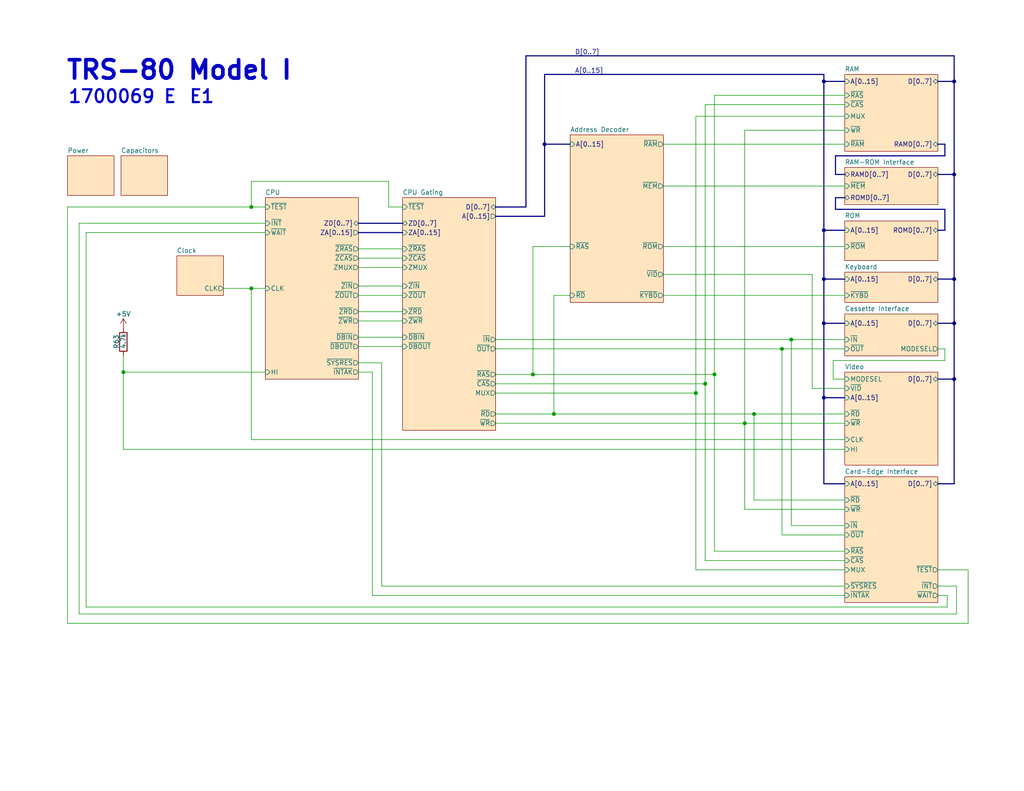
<source format=kicad_sch>
(kicad_sch (version 20231120) (generator "eeschema") (generator_version "8.0")
  (paper "USLetter")
  (title_block (title "TRS-80 Model I Rev E") (date "2024-11-23") (rev "E1A-E") (company "RetroStack - Marcel Erz") (comment 2 "Full overview of the system") (comment 4 "System Overview"))
  (lib_symbols
    (symbol "Device:R" (pin_numbers hide) (pin_names (offset 0))
      (property "Reference" "R" (at 2.032 0 90))
      (property "Value" "R" (at 0 0 90))
      (symbol "R_0_1"
        (rectangle (start -1.016 -2.54) (end 1.016 2.54) (stroke (width 0.254)))
      )
      (symbol "R_1_1"
        (pin passive line (at 0 3.81 270) (length 1.27) (name "~") (number "1"))
        (pin passive line (at 0 -3.81 90) (length 1.27) (name "~") (number "2"))
      )
    )
    (symbol "power:+5V" (power) (pin_numbers hide) (pin_names (offset 0) hide)
      (property "Value" "+5V" (at 0 3.556 0))
      (symbol "+5V_0_1"
        (polyline (pts (xy -0.762 1.27) (xy 0 2.54)))
        (polyline (pts (xy 0 0) (xy 0 2.54)))
        (polyline (pts (xy 0 2.54) (xy 0.762 1.27)))
      )
      (symbol "+5V_1_1"
        (pin power_in line (at 0 0 90) (length 0) (name "~") (number "1"))
      )
    )
  )
  (junction (at 213.36 95.25))
  (junction (at 192.405 104.775))
  (junction (at 260.35 103.505))
  (junction (at 224.79 62.865))
  (junction (at 260.35 47.625))
  (junction (at 224.79 108.585))
  (junction (at 260.35 76.2))
  (junction (at 145.415 102.235))
  (junction (at 224.79 88.265))
  (junction (at 194.945 102.235))
  (junction (at 68.58 78.74))
  (junction (at 33.655 101.6))
  (junction (at 189.865 107.315))
  (junction (at 203.2 115.57))
  (junction (at 224.79 22.225))
  (junction (at 224.79 76.2))
  (junction (at 260.35 22.225))
  (junction (at 151.13 113.03))
  (junction (at 148.59 39.37))
  (junction (at 260.35 88.265))
  (junction (at 215.9 92.71))
  (junction (at 205.74 113.03))
  (junction (at 68.58 56.515))
  (wire (pts (xy 60.96 78.74) (xy 68.58 78.74)))
  (wire (pts (xy 68.58 49.53) (xy 68.58 56.515)))
  (bus (pts (xy 135.255 59.055) (xy 148.59 59.055)))
  (wire (pts (xy 97.79 73.025) (xy 109.855 73.025)))
  (wire (pts (xy 230.505 139.065) (xy 203.2 139.065)))
  (wire (pts (xy 145.415 67.31) (xy 145.415 102.235)))
  (wire (pts (xy 205.74 136.525) (xy 205.74 113.03)))
  (wire (pts (xy 221.615 74.93) (xy 221.615 106.045)))
  (wire (pts (xy 213.36 146.05) (xy 213.36 95.25)))
  (wire (pts (xy 97.79 85.09) (xy 109.855 85.09)))
  (wire (pts (xy 135.255 102.235) (xy 145.415 102.235)))
  (wire (pts (xy 258.445 162.56) (xy 258.445 165.735)))
  (bus (pts (xy 97.79 60.96) (xy 109.855 60.96)))
  (wire (pts (xy 203.2 35.56) (xy 203.2 115.57)))
  (bus (pts (xy 224.79 76.2) (xy 224.79 88.265)))
  (bus (pts (xy 255.905 88.265) (xy 260.35 88.265)))
  (bus (pts (xy 230.505 53.975) (xy 227.965 53.975)))
  (wire (pts (xy 203.2 139.065) (xy 203.2 115.57)))
  (wire (pts (xy 192.405 28.575) (xy 230.505 28.575)))
  (bus (pts (xy 224.79 22.225) (xy 224.79 20.32)))
  (bus (pts (xy 143.51 15.24) (xy 143.51 56.515)))
  (wire (pts (xy 230.505 136.525) (xy 205.74 136.525)))
  (wire (pts (xy 106.045 56.515) (xy 109.855 56.515)))
  (bus (pts (xy 224.79 108.585) (xy 230.505 108.585)))
  (wire (pts (xy 227.33 103.505) (xy 230.505 103.505)))
  (wire (pts (xy 255.905 160.02) (xy 260.985 160.02)))
  (bus (pts (xy 257.81 39.37) (xy 257.81 42.545)))
  (wire (pts (xy 97.79 99.06) (xy 104.14 99.06)))
  (wire (pts (xy 106.045 56.515) (xy 106.045 49.53)))
  (bus (pts (xy 257.81 42.545) (xy 227.965 42.545)))
  (wire (pts (xy 21.59 167.64) (xy 21.59 60.96)))
  (wire (pts (xy 180.975 50.8) (xy 230.505 50.8)))
  (wire (pts (xy 151.13 113.03) (xy 205.74 113.03)))
  (wire (pts (xy 97.79 70.485) (xy 109.855 70.485)))
  (bus (pts (xy 260.35 103.505) (xy 260.35 132.08)))
  (bus (pts (xy 148.59 20.32) (xy 148.59 39.37)))
  (wire (pts (xy 106.045 49.53) (xy 68.58 49.53)))
  (wire (pts (xy 135.255 92.71) (xy 215.9 92.71)))
  (wire (pts (xy 68.58 56.515) (xy 72.39 56.515)))
  (wire (pts (xy 230.505 143.51) (xy 215.9 143.51)))
  (bus (pts (xy 260.35 15.24) (xy 260.35 22.225)))
  (bus (pts (xy 224.79 88.265) (xy 224.79 108.585)))
  (wire (pts (xy 97.79 80.645) (xy 109.855 80.645)))
  (wire (pts (xy 203.2 35.56) (xy 230.505 35.56)))
  (wire (pts (xy 192.405 104.775) (xy 192.405 153.035)))
  (wire (pts (xy 221.615 106.045) (xy 230.505 106.045)))
  (wire (pts (xy 68.58 78.74) (xy 68.58 120.015)))
  (wire (pts (xy 180.975 39.37) (xy 230.505 39.37)))
  (wire (pts (xy 97.79 87.63) (xy 109.855 87.63)))
  (bus (pts (xy 148.59 39.37) (xy 148.59 59.055)))
  (wire (pts (xy 180.975 67.31) (xy 230.505 67.31)))
  (wire (pts (xy 264.16 170.18) (xy 18.415 170.18)))
  (wire (pts (xy 189.865 31.75) (xy 230.505 31.75)))
  (wire (pts (xy 97.79 78.105) (xy 109.855 78.105)))
  (wire (pts (xy 230.505 153.035) (xy 192.405 153.035)))
  (wire (pts (xy 257.81 98.425) (xy 227.33 98.425)))
  (wire (pts (xy 68.58 78.74) (xy 72.39 78.74)))
  (bus (pts (xy 224.79 88.265) (xy 230.505 88.265)))
  (wire (pts (xy 230.505 160.02) (xy 104.14 160.02)))
  (wire (pts (xy 101.6 162.56) (xy 101.6 101.6)))
  (bus (pts (xy 255.905 103.505) (xy 260.35 103.505)))
  (bus (pts (xy 224.79 22.225) (xy 230.505 22.225)))
  (wire (pts (xy 180.975 80.645) (xy 230.505 80.645)))
  (bus (pts (xy 97.79 63.5) (xy 109.855 63.5)))
  (wire (pts (xy 194.945 102.235) (xy 194.945 150.495)))
  (wire (pts (xy 135.255 95.25) (xy 213.36 95.25)))
  (bus (pts (xy 230.505 132.08) (xy 224.79 132.08)))
  (bus (pts (xy 260.35 76.2) (xy 260.35 88.265)))
  (bus (pts (xy 255.905 62.865) (xy 257.81 62.865)))
  (wire (pts (xy 21.59 60.96) (xy 72.39 60.96)))
  (bus (pts (xy 257.81 57.15) (xy 257.81 62.865)))
  (wire (pts (xy 194.945 26.035) (xy 230.505 26.035)))
  (bus (pts (xy 148.59 39.37) (xy 155.575 39.37)))
  (wire (pts (xy 145.415 67.31) (xy 155.575 67.31)))
  (wire (pts (xy 260.985 167.64) (xy 21.59 167.64)))
  (wire (pts (xy 189.865 155.575) (xy 230.505 155.575)))
  (bus (pts (xy 255.905 39.37) (xy 257.81 39.37)))
  (bus (pts (xy 143.51 15.24) (xy 260.35 15.24)))
  (wire (pts (xy 97.79 101.6) (xy 101.6 101.6)))
  (wire (pts (xy 215.9 92.71) (xy 230.505 92.71)))
  (wire (pts (xy 260.985 160.02) (xy 260.985 167.64)))
  (bus (pts (xy 143.51 56.515) (xy 135.255 56.515)))
  (bus (pts (xy 255.905 22.225) (xy 260.35 22.225)))
  (wire (pts (xy 151.13 80.645) (xy 151.13 113.03)))
  (wire (pts (xy 135.255 104.775) (xy 192.405 104.775)))
  (wire (pts (xy 135.255 115.57) (xy 203.2 115.57)))
  (wire (pts (xy 189.865 31.75) (xy 189.865 107.315)))
  (wire (pts (xy 257.81 95.25) (xy 257.81 98.425)))
  (bus (pts (xy 255.905 47.625) (xy 260.35 47.625)))
  (bus (pts (xy 148.59 20.32) (xy 224.79 20.32)))
  (bus (pts (xy 224.79 22.225) (xy 224.79 62.865)))
  (wire (pts (xy 33.655 97.155) (xy 33.655 101.6)))
  (wire (pts (xy 213.36 95.25) (xy 230.505 95.25)))
  (bus (pts (xy 260.35 22.225) (xy 260.35 47.625)))
  (bus (pts (xy 260.35 47.625) (xy 260.35 76.2)))
  (wire (pts (xy 194.945 26.035) (xy 194.945 102.235)))
  (wire (pts (xy 104.14 160.02) (xy 104.14 99.06)))
  (wire (pts (xy 192.405 28.575) (xy 192.405 104.775)))
  (bus (pts (xy 224.79 76.2) (xy 230.505 76.2)))
  (bus (pts (xy 224.79 108.585) (xy 224.79 132.08)))
  (wire (pts (xy 215.9 143.51) (xy 215.9 92.71)))
  (bus (pts (xy 255.905 76.2) (xy 260.35 76.2)))
  (wire (pts (xy 255.905 95.25) (xy 257.81 95.25)))
  (wire (pts (xy 227.33 98.425) (xy 227.33 103.505)))
  (wire (pts (xy 230.505 162.56) (xy 101.6 162.56)))
  (wire (pts (xy 258.445 165.735) (xy 23.495 165.735)))
  (wire (pts (xy 135.255 107.315) (xy 189.865 107.315)))
  (bus (pts (xy 227.965 53.975) (xy 227.965 57.15)))
  (wire (pts (xy 230.505 120.015) (xy 68.58 120.015)))
  (bus (pts (xy 224.79 62.865) (xy 230.505 62.865)))
  (wire (pts (xy 23.495 165.735) (xy 23.495 63.5)))
  (wire (pts (xy 33.655 101.6) (xy 33.655 122.682)))
  (bus (pts (xy 227.965 42.545) (xy 227.965 47.625)))
  (wire (pts (xy 264.16 155.575) (xy 264.16 170.18)))
  (wire (pts (xy 18.415 56.515) (xy 68.58 56.515)))
  (wire (pts (xy 255.905 155.575) (xy 264.16 155.575)))
  (wire (pts (xy 18.415 170.18) (xy 18.415 56.515)))
  (wire (pts (xy 145.415 102.235) (xy 194.945 102.235)))
  (bus (pts (xy 255.905 132.08) (xy 260.35 132.08)))
  (bus (pts (xy 260.35 88.265) (xy 260.35 103.505)))
  (wire (pts (xy 97.79 67.945) (xy 109.855 67.945)))
  (bus (pts (xy 227.965 47.625) (xy 230.505 47.625)))
  (wire (pts (xy 33.655 101.6) (xy 72.39 101.6)))
  (wire (pts (xy 97.79 92.075) (xy 109.855 92.075)))
  (bus (pts (xy 224.79 62.865) (xy 224.79 76.2)))
  (wire (pts (xy 97.79 94.615) (xy 109.855 94.615)))
  (wire (pts (xy 255.905 162.56) (xy 258.445 162.56)))
  (wire (pts (xy 230.505 122.682) (xy 33.655 122.682)))
  (wire (pts (xy 189.865 107.315) (xy 189.865 155.575)))
  (bus (pts (xy 227.965 57.15) (xy 257.81 57.15)))
  (wire (pts (xy 180.975 74.93) (xy 221.615 74.93)))
  (wire (pts (xy 230.505 146.05) (xy 213.36 146.05)))
  (wire (pts (xy 230.505 150.495) (xy 194.945 150.495)))
  (wire (pts (xy 135.255 113.03) (xy 151.13 113.03)))
  (wire (pts (xy 155.575 80.645) (xy 151.13 80.645)))
  (wire (pts (xy 203.2 115.57) (xy 230.505 115.57)))
  (wire (pts (xy 23.495 63.5) (xy 72.39 63.5)))
  (wire (pts (xy 205.74 113.03) (xy 230.505 113.03)))
  (text "E1" (at 51.435 28.575 0) (effects (font (size 3.5 3.5) (thickness 0.6) (bold yes)) (justify left bottom)))
  (text "TRS-80 Model I" (at 17.78 22.225 0) (effects (font (size 5 5) (thickness 1) (bold yes)) (justify left bottom)))
  (text "1700069 E" (at 18.415 28.575 0) (effects (font (size 3.5 3.5) (thickness 0.6) (bold yes)) (justify left bottom)))
  (label "A[0..15]" (at 156.845 20.32 0))
  (label "D[0..7]" (at 156.845 15.24 0))
  (symbol (lib_id "Device:R") (at 33.655 93.345 0) (unit 1)
    (property "Reference" "R63" (at 31.75 95.25 90) (effects (justify left)))
    (property "Value" "4.7k" (at 33.655 95.25 90) (effects (justify left)))
    (property "Footprint" "RetroStackLibrary:TRS80_Model_I_R_0.25W" (effects (hide yes)))
  )
  (symbol (lib_id "power:+5V") (at 33.655 89.535 0) (unit 1)
    (property "Reference" "#PWR054" (effects (hide yes)))
    (property "Value" "+5V" (at 33.655 85.725 0))
    (property "Description" "Power symbol creates a global label with name \"+5V\"" (effects (hide yes)))
  )
  (sheet (at 72.39 53.975) (size 25.4 49.53) (stroke (width 0.1524)) (fill (color 255 229 191 1.0000))
    (property "Sheetname" "CPU" (at 72.39 53.2634 0) (effects (justify left bottom)))
    (property "Sheetfile" "CPU.kicad_sch" (effects (hide yes)))
    (pin "~{INT}" input (at 72.39 60.96 180))
    (pin "~{TEST}" input (at 72.39 56.515 180))
    (pin "~{INTAK}" output (at 97.79 101.6 0))
    (pin "HI" input (at 72.39 101.6 180))
    (pin "ZMUX" output (at 97.79 73.025 0))
    (pin "~{ZCAS}" output (at 97.79 70.485 0))
    (pin "ZD[0..7]" bidirectional (at 97.79 60.96 0))
    (pin "CLK" input (at 72.39 78.74 180))
    (pin "~{SYSRES}" output (at 97.79 99.06 0))
    (pin "ZA[0..15]" output (at 97.79 63.5 0))
    (pin "~{WAIT}" input (at 72.39 63.5 180))
    (pin "~{DBOUT}" output (at 97.79 94.615 0))
    (pin "~{DBIN}" output (at 97.79 92.075 0))
    (pin "~{ZOUT}" output (at 97.79 80.645 0))
    (pin "~{ZWR}" output (at 97.79 87.63 0))
    (pin "~{ZRD}" output (at 97.79 85.09 0))
    (pin "~{ZIN}" output (at 97.79 78.105 0))
    (pin "~{ZRAS}" output (at 97.79 67.945 0))
  )
  (sheet (at 230.505 101.6) (size 25.4 25.4) (stroke (width 0.1524)) (fill (color 255 229 191 1.0000))
    (property "Sheetname" "Video" (at 230.505 100.8884 0) (effects (justify left bottom)))
    (property "Sheetfile" "Video.kicad_sch" (effects (hide yes)))
    (pin "A[0..15]" input (at 230.505 108.585 180))
    (pin "MODESEL" input (at 230.505 103.505 180))
    (pin "HI" input (at 230.505 122.682 180))
    (pin "CLK" input (at 230.505 120.015 180))
    (pin "~{RD}" input (at 230.505 113.03 180))
    (pin "~{VID}" input (at 230.505 106.045 180))
    (pin "~{WR}" input (at 230.505 115.57 180))
    (pin "D[0..7]" bidirectional (at 255.905 103.505 0))
  )
  (sheet (at 48.26 69.85) (size 12.7 10.795) (stroke (width 0.1524)) (fill (color 255 229 191 1.0000))
    (property "Sheetname" "Clock" (at 48.26 69.1384 0) (effects (justify left bottom)))
    (property "Sheetfile" "Clock.kicad_sch" (effects (hide yes)))
    (pin "CLK" output (at 60.96 78.74 0))
  )
  (sheet (at 230.505 20.32) (size 25.4 20.955) (stroke (width 0.1524)) (fill (color 255 229 191 1.0000))
    (property "Sheetname" "RAM" (at 230.505 19.6084 0) (effects (justify left bottom)))
    (property "Sheetfile" "RAM.kicad_sch" (effects (hide yes)))
    (pin "~{WR}" input (at 230.505 35.56 180))
    (pin "~{RAM}" input (at 230.505 39.37 180))
    (pin "D[0..7]" bidirectional (at 255.905 22.225 0))
    (pin "A[0..15]" input (at 230.505 22.225 180))
    (pin "~{CAS}" input (at 230.505 28.575 180))
    (pin "MUX" input (at 230.505 31.75 180))
    (pin "~{RAS}" input (at 230.505 26.035 180))
    (pin "RAMD[0..7]" bidirectional (at 255.905 39.37 0))
  )
  (sheet (at 230.505 85.725) (size 25.4 11.43) (stroke (width 0.1524)) (fill (color 255 229 191 1.0000))
    (property "Sheetname" "Cassette Interface" (at 230.505 85.0134 0) (effects (justify left bottom)))
    (property "Sheetfile" "Cassette.kicad_sch" (effects (hide yes)))
    (pin "A[0..15]" input (at 230.505 88.265 180))
    (pin "~{OUT}" input (at 230.505 95.25 180))
    (pin "~{IN}" input (at 230.505 92.71 180))
    (pin "D[0..7]" bidirectional (at 255.905 88.265 0))
    (pin "MODESEL" output (at 255.905 95.25 0))
  )
  (sheet (at 230.505 45.72) (size 25.4 10.16) (stroke (width 0.1524)) (fill (color 255 229 191 1.0000))
    (property "Sheetname" "RAM-ROM Interface" (at 230.505 45.0084 0) (effects (justify left bottom)))
    (property "Sheetfile" "RAM_ROM_Interface.kicad_sch" (effects (hide yes)))
    (pin "D[0..7]" bidirectional (at 255.905 47.625 0))
    (pin "ROMD[0..7]" bidirectional (at 230.505 53.975 180))
    (pin "~{MEM}" input (at 230.505 50.8 180))
    (pin "RAMD[0..7]" bidirectional (at 230.505 47.625 180))
  )
  (sheet (at 230.505 60.325) (size 25.4 10.795) (stroke (width 0.1524)) (fill (color 255 229 191 1.0000))
    (property "Sheetname" "ROM" (at 230.505 59.6134 0) (effects (justify left bottom)))
    (property "Sheetfile" "ROM.kicad_sch" (effects (hide yes)))
    (pin "ROMD[0..7]" bidirectional (at 255.905 62.865 0))
    (pin "~{ROM}" input (at 230.505 67.31 180))
    (pin "A[0..15]" input (at 230.505 62.865 180))
  )
  (sheet (at 33.02 42.545) (size 12.7 10.795) (stroke (width 0.1524)) (fill (color 255 229 191 1.0000))
    (property "Sheetname" "Capacitors" (at 33.02 41.8334 0) (effects (justify left bottom)))
    (property "Sheetfile" "Capacitors.kicad_sch" (effects (hide yes)))
  )
  (sheet (at 155.575 36.83) (size 25.4 45.72) (stroke (width 0.1524)) (fill (color 255 229 191 1.0000))
    (property "Sheetname" "Address Decoder" (at 155.575 36.1184 0) (effects (justify left bottom)))
    (property "Sheetfile" "AddressDecoder.kicad_sch" (effects (hide yes)))
    (pin "~{VID}" output (at 180.975 74.93 0))
    (pin "~{KYBD}" output (at 180.975 80.645 0))
    (pin "~{RAM}" output (at 180.975 39.37 0))
    (pin "~{MEM}" output (at 180.975 50.8 0))
    (pin "~{RD}" input (at 155.575 80.645 180))
    (pin "~{RAS}" input (at 155.575 67.31 180))
    (pin "~{ROM}" output (at 180.975 67.31 0))
    (pin "A[0..15]" input (at 155.575 39.37 180))
  )
  (sheet (at 230.505 74.295) (size 25.4 8.255) (stroke (width 0.1524)) (fill (color 255 229 191 1.0000))
    (property "Sheetname" "Keyboard" (at 230.505 73.5834 0) (effects (justify left bottom)))
    (property "Sheetfile" "Keyboard.kicad_sch" (effects (hide yes)))
    (pin "~{KYBD}" input (at 230.505 80.645 180))
    (pin "D[0..7]" bidirectional (at 255.905 76.2 0))
    (pin "A[0..15]" input (at 230.505 76.2 180))
  )
  (sheet (at 230.505 130.175) (size 25.4 34.29) (stroke (width 0.1524)) (fill (color 255 229 191 1.0000))
    (property "Sheetname" "Card-Edge Interface" (at 230.505 129.4634 0) (effects (justify left bottom)))
    (property "Sheetfile" "CardEdgeInterface.kicad_sch" (effects (hide yes)))
    (pin "~{RAS}" input (at 230.505 150.495 180))
    (pin "~{CAS}" input (at 230.505 153.035 180))
    (pin "~{SYSRES}" input (at 230.505 160.02 180))
    (pin "~{INTAK}" input (at 230.505 162.56 180))
    (pin "~{OUT}" input (at 230.505 146.05 180))
    (pin "MUX" input (at 230.505 155.575 180))
    (pin "~{RD}" input (at 230.505 136.525 180))
    (pin "~{WR}" input (at 230.505 139.065 180))
    (pin "A[0..15]" input (at 230.505 132.08 180))
    (pin "D[0..7]" bidirectional (at 255.905 132.08 0))
    (pin "~{IN}" input (at 230.505 143.51 180))
    (pin "~{WAIT}" output (at 255.905 162.56 0))
    (pin "~{INT}" output (at 255.905 160.02 0))
    (pin "~{TEST}" output (at 255.905 155.575 0))
  )
  (sheet (at 109.855 53.975) (size 25.4 63.5) (stroke (width 0.1524)) (fill (color 255 229 191 1.0000))
    (property "Sheetname" "CPU Gating" (at 109.855 53.2634 0) (effects (justify left bottom)))
    (property "Sheetfile" "CPUGating.kicad_sch" (effects (hide yes)))
    (pin "ZA[0..15]" input (at 109.855 63.5 180))
    (pin "~{TEST}" input (at 109.855 56.515 180))
    (pin "A[0..15]" output (at 135.255 59.055 0))
    (pin "~{RD}" output (at 135.255 113.03 0))
    (pin "~{WR}" output (at 135.255 115.57 0))
    (pin "~{ZRD}" input (at 109.855 85.09 180))
    (pin "~{ZWR}" input (at 109.855 87.63 180))
    (pin "~{ZCAS}" input (at 109.855 70.485 180))
    (pin "ZMUX" input (at 109.855 73.025 180))
    (pin "~{IN}" output (at 135.255 92.71 0))
    (pin "~{ZIN}" input (at 109.855 78.105 180))
    (pin "~{OUT}" output (at 135.255 95.25 0))
    (pin "~{ZOUT}" input (at 109.855 80.645 180))
    (pin "MUX" output (at 135.255 107.315 0))
    (pin "~{CAS}" output (at 135.255 104.775 0))
    (pin "~{DBOUT}" input (at 109.855 94.615 180))
    (pin "ZD[0..7]" bidirectional (at 109.855 60.96 180))
    (pin "~{DBIN}" input (at 109.855 92.075 180))
    (pin "D[0..7]" bidirectional (at 135.255 56.515 0))
    (pin "~{ZRAS}" input (at 109.855 67.945 180))
    (pin "~{RAS}" output (at 135.255 102.235 0))
  )
  (sheet (at 18.415 42.545) (size 12.7 10.795) (stroke (width 0.1524)) (fill (color 255 229 191 1.0000))
    (property "Sheetname" "Power" (at 18.415 41.8334 0) (effects (justify left bottom)))
    (property "Sheetfile" "Power.kicad_sch" (effects (hide yes)))
  )
)
</source>
